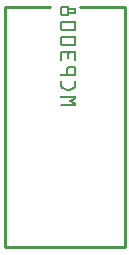
<source format=gbo>
G04 MADE WITH FRITZING*
G04 WWW.FRITZING.ORG*
G04 DOUBLE SIDED*
G04 HOLES PLATED*
G04 CONTOUR ON CENTER OF CONTOUR VECTOR*
%ASAXBY*%
%FSLAX23Y23*%
%MOIN*%
%OFA0B0*%
%SFA1.0B1.0*%
%ADD10C,0.010000*%
%ADD11R,0.001000X0.001000*%
%LNSILK0*%
G90*
G70*
G54D10*
X751Y1070D02*
X751Y270D01*
D02*
X751Y270D02*
X351Y270D01*
D02*
X351Y270D02*
X351Y1070D01*
D02*
X751Y1070D02*
X601Y1070D01*
D02*
X501Y1070D02*
X351Y1070D01*
G54D11*
X540Y1075D02*
X563Y1075D01*
X539Y1074D02*
X564Y1074D01*
X538Y1073D02*
X565Y1073D01*
X537Y1072D02*
X565Y1072D01*
X537Y1071D02*
X566Y1071D01*
X537Y1070D02*
X566Y1070D01*
X537Y1069D02*
X567Y1069D01*
X537Y1068D02*
X543Y1068D01*
X560Y1068D02*
X589Y1068D01*
X537Y1067D02*
X543Y1067D01*
X560Y1067D02*
X589Y1067D01*
X537Y1066D02*
X543Y1066D01*
X560Y1066D02*
X590Y1066D01*
X537Y1065D02*
X543Y1065D01*
X560Y1065D02*
X590Y1065D01*
X537Y1064D02*
X543Y1064D01*
X560Y1064D02*
X590Y1064D01*
X537Y1063D02*
X543Y1063D01*
X560Y1063D02*
X590Y1063D01*
X537Y1062D02*
X543Y1062D01*
X560Y1062D02*
X567Y1062D01*
X583Y1062D02*
X590Y1062D01*
X537Y1061D02*
X543Y1061D01*
X560Y1061D02*
X566Y1061D01*
X584Y1061D02*
X590Y1061D01*
X537Y1060D02*
X543Y1060D01*
X560Y1060D02*
X566Y1060D01*
X584Y1060D02*
X590Y1060D01*
X537Y1059D02*
X543Y1059D01*
X560Y1059D02*
X566Y1059D01*
X584Y1059D02*
X590Y1059D01*
X537Y1058D02*
X543Y1058D01*
X560Y1058D02*
X566Y1058D01*
X584Y1058D02*
X590Y1058D01*
X537Y1057D02*
X543Y1057D01*
X560Y1057D02*
X566Y1057D01*
X584Y1057D02*
X590Y1057D01*
X537Y1056D02*
X543Y1056D01*
X560Y1056D02*
X566Y1056D01*
X584Y1056D02*
X590Y1056D01*
X537Y1055D02*
X543Y1055D01*
X560Y1055D02*
X590Y1055D01*
X537Y1054D02*
X543Y1054D01*
X560Y1054D02*
X590Y1054D01*
X537Y1053D02*
X543Y1053D01*
X560Y1053D02*
X590Y1053D01*
X537Y1052D02*
X543Y1052D01*
X560Y1052D02*
X590Y1052D01*
X537Y1051D02*
X543Y1051D01*
X560Y1051D02*
X590Y1051D01*
X537Y1050D02*
X543Y1050D01*
X560Y1050D02*
X589Y1050D01*
X537Y1049D02*
X543Y1049D01*
X560Y1049D02*
X588Y1049D01*
X537Y1048D02*
X566Y1048D01*
X537Y1047D02*
X566Y1047D01*
X537Y1046D02*
X566Y1046D01*
X538Y1045D02*
X565Y1045D01*
X538Y1044D02*
X565Y1044D01*
X539Y1043D02*
X564Y1043D01*
X541Y1042D02*
X562Y1042D01*
X541Y1025D02*
X586Y1025D01*
X539Y1024D02*
X587Y1024D01*
X538Y1023D02*
X588Y1023D01*
X538Y1022D02*
X589Y1022D01*
X537Y1021D02*
X589Y1021D01*
X537Y1020D02*
X590Y1020D01*
X537Y1019D02*
X590Y1019D01*
X537Y1018D02*
X543Y1018D01*
X584Y1018D02*
X590Y1018D01*
X537Y1017D02*
X543Y1017D01*
X584Y1017D02*
X590Y1017D01*
X537Y1016D02*
X543Y1016D01*
X584Y1016D02*
X590Y1016D01*
X537Y1015D02*
X543Y1015D01*
X584Y1015D02*
X590Y1015D01*
X537Y1014D02*
X543Y1014D01*
X584Y1014D02*
X590Y1014D01*
X537Y1013D02*
X543Y1013D01*
X584Y1013D02*
X590Y1013D01*
X537Y1012D02*
X543Y1012D01*
X584Y1012D02*
X590Y1012D01*
X537Y1011D02*
X543Y1011D01*
X584Y1011D02*
X590Y1011D01*
X537Y1010D02*
X543Y1010D01*
X584Y1010D02*
X590Y1010D01*
X537Y1009D02*
X543Y1009D01*
X584Y1009D02*
X590Y1009D01*
X537Y1008D02*
X543Y1008D01*
X584Y1008D02*
X590Y1008D01*
X537Y1007D02*
X543Y1007D01*
X584Y1007D02*
X590Y1007D01*
X537Y1006D02*
X543Y1006D01*
X584Y1006D02*
X590Y1006D01*
X537Y1005D02*
X543Y1005D01*
X584Y1005D02*
X590Y1005D01*
X537Y1004D02*
X543Y1004D01*
X584Y1004D02*
X590Y1004D01*
X537Y1003D02*
X543Y1003D01*
X584Y1003D02*
X590Y1003D01*
X537Y1002D02*
X543Y1002D01*
X584Y1002D02*
X590Y1002D01*
X537Y1001D02*
X543Y1001D01*
X584Y1001D02*
X590Y1001D01*
X537Y1000D02*
X543Y1000D01*
X584Y1000D02*
X590Y1000D01*
X537Y999D02*
X543Y999D01*
X584Y999D02*
X590Y999D01*
X537Y998D02*
X590Y998D01*
X537Y997D02*
X590Y997D01*
X537Y996D02*
X589Y996D01*
X537Y995D02*
X589Y995D01*
X538Y994D02*
X588Y994D01*
X539Y993D02*
X587Y993D01*
X540Y992D02*
X586Y992D01*
X541Y975D02*
X585Y975D01*
X539Y974D02*
X587Y974D01*
X538Y973D02*
X588Y973D01*
X538Y972D02*
X589Y972D01*
X537Y971D02*
X589Y971D01*
X537Y970D02*
X590Y970D01*
X537Y969D02*
X590Y969D01*
X537Y968D02*
X543Y968D01*
X584Y968D02*
X590Y968D01*
X537Y967D02*
X543Y967D01*
X584Y967D02*
X590Y967D01*
X537Y966D02*
X543Y966D01*
X584Y966D02*
X590Y966D01*
X537Y965D02*
X543Y965D01*
X584Y965D02*
X590Y965D01*
X537Y964D02*
X543Y964D01*
X584Y964D02*
X590Y964D01*
X537Y963D02*
X543Y963D01*
X584Y963D02*
X590Y963D01*
X537Y962D02*
X543Y962D01*
X584Y962D02*
X590Y962D01*
X537Y961D02*
X543Y961D01*
X584Y961D02*
X590Y961D01*
X537Y960D02*
X543Y960D01*
X584Y960D02*
X590Y960D01*
X537Y959D02*
X543Y959D01*
X584Y959D02*
X590Y959D01*
X537Y958D02*
X543Y958D01*
X584Y958D02*
X590Y958D01*
X537Y957D02*
X543Y957D01*
X584Y957D02*
X590Y957D01*
X537Y956D02*
X543Y956D01*
X584Y956D02*
X590Y956D01*
X537Y955D02*
X543Y955D01*
X584Y955D02*
X590Y955D01*
X537Y954D02*
X543Y954D01*
X584Y954D02*
X590Y954D01*
X537Y953D02*
X543Y953D01*
X584Y953D02*
X590Y953D01*
X537Y952D02*
X543Y952D01*
X584Y952D02*
X590Y952D01*
X537Y951D02*
X543Y951D01*
X584Y951D02*
X590Y951D01*
X537Y950D02*
X543Y950D01*
X584Y950D02*
X590Y950D01*
X537Y949D02*
X543Y949D01*
X584Y949D02*
X590Y949D01*
X537Y948D02*
X590Y948D01*
X537Y947D02*
X590Y947D01*
X537Y946D02*
X589Y946D01*
X537Y945D02*
X589Y945D01*
X538Y944D02*
X588Y944D01*
X539Y943D02*
X588Y943D01*
X540Y942D02*
X586Y942D01*
X544Y941D02*
X583Y941D01*
X542Y925D02*
X558Y925D01*
X568Y925D02*
X585Y925D01*
X540Y924D02*
X561Y924D01*
X566Y924D02*
X587Y924D01*
X539Y923D02*
X562Y923D01*
X564Y923D02*
X588Y923D01*
X538Y922D02*
X589Y922D01*
X537Y921D02*
X589Y921D01*
X537Y920D02*
X590Y920D01*
X537Y919D02*
X590Y919D01*
X537Y918D02*
X543Y918D01*
X558Y918D02*
X568Y918D01*
X584Y918D02*
X590Y918D01*
X537Y917D02*
X543Y917D01*
X559Y917D02*
X567Y917D01*
X584Y917D02*
X590Y917D01*
X537Y916D02*
X543Y916D01*
X560Y916D02*
X567Y916D01*
X584Y916D02*
X590Y916D01*
X537Y915D02*
X543Y915D01*
X560Y915D02*
X566Y915D01*
X584Y915D02*
X590Y915D01*
X537Y914D02*
X543Y914D01*
X560Y914D02*
X566Y914D01*
X584Y914D02*
X590Y914D01*
X537Y913D02*
X543Y913D01*
X560Y913D02*
X566Y913D01*
X584Y913D02*
X590Y913D01*
X537Y912D02*
X543Y912D01*
X560Y912D02*
X566Y912D01*
X584Y912D02*
X590Y912D01*
X537Y911D02*
X543Y911D01*
X560Y911D02*
X566Y911D01*
X584Y911D02*
X590Y911D01*
X537Y910D02*
X543Y910D01*
X560Y910D02*
X566Y910D01*
X584Y910D02*
X590Y910D01*
X537Y909D02*
X543Y909D01*
X560Y909D02*
X566Y909D01*
X584Y909D02*
X590Y909D01*
X537Y908D02*
X543Y908D01*
X560Y908D02*
X566Y908D01*
X584Y908D02*
X590Y908D01*
X537Y907D02*
X543Y907D01*
X560Y907D02*
X566Y907D01*
X584Y907D02*
X590Y907D01*
X537Y906D02*
X543Y906D01*
X560Y906D02*
X566Y906D01*
X584Y906D02*
X590Y906D01*
X537Y905D02*
X543Y905D01*
X560Y905D02*
X566Y905D01*
X584Y905D02*
X590Y905D01*
X537Y904D02*
X543Y904D01*
X560Y904D02*
X566Y904D01*
X584Y904D02*
X590Y904D01*
X537Y903D02*
X543Y903D01*
X560Y903D02*
X566Y903D01*
X584Y903D02*
X590Y903D01*
X537Y902D02*
X543Y902D01*
X560Y902D02*
X566Y902D01*
X584Y902D02*
X590Y902D01*
X537Y901D02*
X543Y901D01*
X560Y901D02*
X566Y901D01*
X584Y901D02*
X590Y901D01*
X537Y900D02*
X543Y900D01*
X560Y900D02*
X566Y900D01*
X584Y900D02*
X590Y900D01*
X537Y899D02*
X543Y899D01*
X561Y899D02*
X565Y899D01*
X584Y899D02*
X590Y899D01*
X537Y898D02*
X543Y898D01*
X562Y898D02*
X564Y898D01*
X584Y898D02*
X590Y898D01*
X537Y897D02*
X543Y897D01*
X584Y897D02*
X590Y897D01*
X537Y896D02*
X543Y896D01*
X584Y896D02*
X590Y896D01*
X537Y895D02*
X543Y895D01*
X584Y895D02*
X590Y895D01*
X537Y894D02*
X543Y894D01*
X584Y894D02*
X590Y894D01*
X537Y893D02*
X542Y893D01*
X584Y893D02*
X589Y893D01*
X538Y892D02*
X542Y892D01*
X585Y892D02*
X589Y892D01*
X539Y891D02*
X540Y891D01*
X586Y891D02*
X587Y891D01*
X566Y875D02*
X581Y875D01*
X563Y874D02*
X584Y874D01*
X562Y873D02*
X586Y873D01*
X560Y872D02*
X587Y872D01*
X560Y871D02*
X588Y871D01*
X559Y870D02*
X588Y870D01*
X558Y869D02*
X589Y869D01*
X558Y868D02*
X566Y868D01*
X581Y868D02*
X589Y868D01*
X558Y867D02*
X564Y867D01*
X583Y867D02*
X589Y867D01*
X557Y866D02*
X564Y866D01*
X583Y866D02*
X590Y866D01*
X557Y865D02*
X563Y865D01*
X584Y865D02*
X590Y865D01*
X557Y864D02*
X563Y864D01*
X584Y864D02*
X590Y864D01*
X557Y863D02*
X563Y863D01*
X584Y863D02*
X590Y863D01*
X557Y862D02*
X563Y862D01*
X584Y862D02*
X590Y862D01*
X557Y861D02*
X563Y861D01*
X584Y861D02*
X590Y861D01*
X557Y860D02*
X563Y860D01*
X584Y860D02*
X590Y860D01*
X557Y859D02*
X563Y859D01*
X584Y859D02*
X590Y859D01*
X557Y858D02*
X563Y858D01*
X584Y858D02*
X590Y858D01*
X557Y857D02*
X563Y857D01*
X584Y857D02*
X590Y857D01*
X557Y856D02*
X563Y856D01*
X584Y856D02*
X590Y856D01*
X557Y855D02*
X563Y855D01*
X584Y855D02*
X590Y855D01*
X557Y854D02*
X563Y854D01*
X584Y854D02*
X590Y854D01*
X557Y853D02*
X563Y853D01*
X584Y853D02*
X590Y853D01*
X557Y852D02*
X563Y852D01*
X584Y852D02*
X590Y852D01*
X557Y851D02*
X563Y851D01*
X584Y851D02*
X590Y851D01*
X557Y850D02*
X563Y850D01*
X584Y850D02*
X590Y850D01*
X557Y849D02*
X563Y849D01*
X584Y849D02*
X590Y849D01*
X557Y848D02*
X563Y848D01*
X584Y848D02*
X590Y848D01*
X538Y847D02*
X590Y847D01*
X537Y846D02*
X590Y846D01*
X537Y845D02*
X590Y845D01*
X537Y844D02*
X590Y844D01*
X537Y843D02*
X590Y843D01*
X537Y842D02*
X590Y842D01*
X539Y841D02*
X590Y841D01*
X538Y824D02*
X541Y824D01*
X585Y824D02*
X589Y824D01*
X537Y823D02*
X542Y823D01*
X584Y823D02*
X589Y823D01*
X537Y822D02*
X543Y822D01*
X584Y822D02*
X590Y822D01*
X537Y821D02*
X543Y821D01*
X584Y821D02*
X590Y821D01*
X537Y820D02*
X543Y820D01*
X584Y820D02*
X590Y820D01*
X537Y819D02*
X543Y819D01*
X584Y819D02*
X590Y819D01*
X537Y818D02*
X543Y818D01*
X584Y818D02*
X590Y818D01*
X537Y817D02*
X543Y817D01*
X584Y817D02*
X590Y817D01*
X537Y816D02*
X543Y816D01*
X584Y816D02*
X590Y816D01*
X537Y815D02*
X543Y815D01*
X584Y815D02*
X590Y815D01*
X537Y814D02*
X543Y814D01*
X584Y814D02*
X590Y814D01*
X537Y813D02*
X543Y813D01*
X584Y813D02*
X590Y813D01*
X537Y812D02*
X543Y812D01*
X584Y812D02*
X590Y812D01*
X537Y811D02*
X543Y811D01*
X584Y811D02*
X590Y811D01*
X537Y810D02*
X543Y810D01*
X584Y810D02*
X590Y810D01*
X537Y809D02*
X543Y809D01*
X584Y809D02*
X590Y809D01*
X537Y808D02*
X543Y808D01*
X584Y808D02*
X590Y808D01*
X537Y807D02*
X543Y807D01*
X583Y807D02*
X590Y807D01*
X537Y806D02*
X544Y806D01*
X583Y806D02*
X589Y806D01*
X537Y805D02*
X546Y805D01*
X581Y805D02*
X589Y805D01*
X538Y804D02*
X547Y804D01*
X579Y804D02*
X589Y804D01*
X538Y803D02*
X549Y803D01*
X577Y803D02*
X588Y803D01*
X539Y802D02*
X551Y802D01*
X575Y802D02*
X587Y802D01*
X540Y801D02*
X553Y801D01*
X573Y801D02*
X587Y801D01*
X541Y800D02*
X555Y800D01*
X571Y800D02*
X585Y800D01*
X543Y799D02*
X557Y799D01*
X569Y799D02*
X584Y799D01*
X545Y798D02*
X560Y798D01*
X567Y798D02*
X582Y798D01*
X547Y797D02*
X580Y797D01*
X549Y796D02*
X578Y796D01*
X551Y795D02*
X576Y795D01*
X553Y794D02*
X574Y794D01*
X555Y793D02*
X572Y793D01*
X557Y792D02*
X570Y792D01*
X560Y791D02*
X567Y791D01*
X538Y774D02*
X590Y774D01*
X537Y773D02*
X590Y773D01*
X537Y772D02*
X590Y772D01*
X537Y771D02*
X590Y771D01*
X537Y770D02*
X590Y770D01*
X538Y769D02*
X590Y769D01*
X539Y768D02*
X590Y768D01*
X580Y767D02*
X590Y767D01*
X579Y766D02*
X590Y766D01*
X577Y765D02*
X588Y765D01*
X576Y764D02*
X587Y764D01*
X574Y763D02*
X586Y763D01*
X573Y762D02*
X584Y762D01*
X571Y761D02*
X583Y761D01*
X567Y760D02*
X581Y760D01*
X567Y759D02*
X580Y759D01*
X566Y758D02*
X578Y758D01*
X566Y757D02*
X578Y757D01*
X566Y756D02*
X580Y756D01*
X567Y755D02*
X581Y755D01*
X569Y754D02*
X583Y754D01*
X573Y753D02*
X584Y753D01*
X574Y752D02*
X585Y752D01*
X576Y751D02*
X587Y751D01*
X577Y750D02*
X588Y750D01*
X578Y749D02*
X590Y749D01*
X580Y748D02*
X590Y748D01*
X539Y747D02*
X590Y747D01*
X538Y746D02*
X590Y746D01*
X537Y745D02*
X590Y745D01*
X537Y744D02*
X590Y744D01*
X537Y743D02*
X590Y743D01*
X537Y742D02*
X590Y742D01*
X538Y741D02*
X590Y741D01*
D02*
G04 End of Silk0*
M02*
</source>
